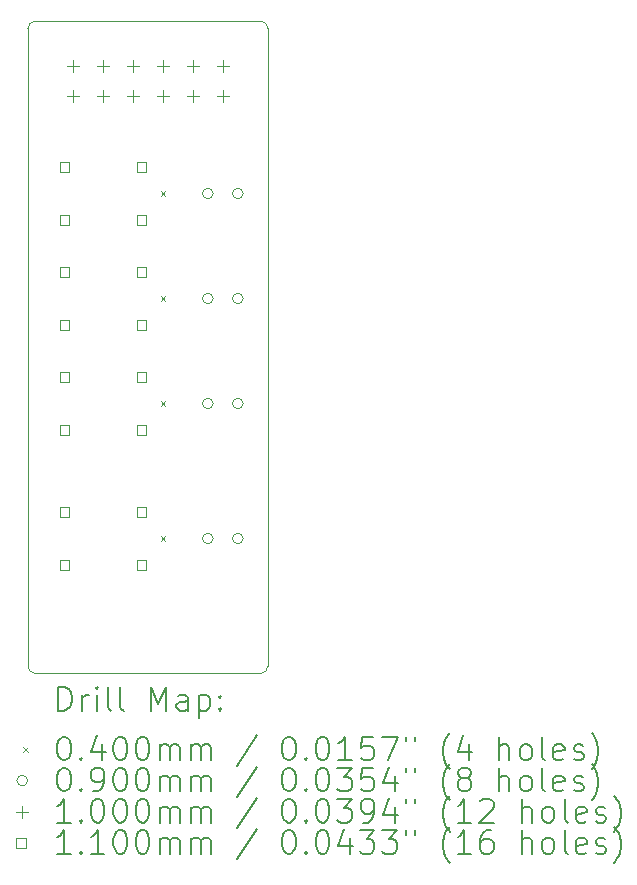
<source format=gbr>
%TF.GenerationSoftware,KiCad,Pcbnew,7.0.11-7.0.11~ubuntu20.04.1*%
%TF.CreationDate,2024-08-22T00:47:42+02:00*%
%TF.ProjectId,kicad-pmod-semaphore,6b696361-642d-4706-9d6f-642d73656d61,1.0*%
%TF.SameCoordinates,Original*%
%TF.FileFunction,Drillmap*%
%TF.FilePolarity,Positive*%
%FSLAX45Y45*%
G04 Gerber Fmt 4.5, Leading zero omitted, Abs format (unit mm)*
G04 Created by KiCad (PCBNEW 7.0.11-7.0.11~ubuntu20.04.1) date 2024-08-22 00:47:42*
%MOMM*%
%LPD*%
G01*
G04 APERTURE LIST*
%ADD10C,0.050000*%
%ADD11C,0.200000*%
%ADD12C,0.100000*%
%ADD13C,0.110000*%
G04 APERTURE END LIST*
D10*
X13017500Y-9969500D02*
G75*
G03*
X13081000Y-9906000I0J63500D01*
G01*
X11049000Y-9906000D02*
G75*
G03*
X11112500Y-9969500I63500J0D01*
G01*
X11112500Y-4445000D02*
G75*
G03*
X11049000Y-4508500I0J-63500D01*
G01*
X13081000Y-4508500D02*
G75*
G03*
X13017500Y-4445000I-63500J0D01*
G01*
X13017500Y-4445000D02*
X11112500Y-4445000D01*
X13081000Y-9906000D02*
X13081000Y-4508500D01*
X11112500Y-9969500D02*
X13017500Y-9969500D01*
X11049000Y-4508500D02*
X11049000Y-9906000D01*
D11*
D12*
X12172000Y-5885500D02*
X12212000Y-5925500D01*
X12212000Y-5885500D02*
X12172000Y-5925500D01*
X12172000Y-6774500D02*
X12212000Y-6814500D01*
X12212000Y-6774500D02*
X12172000Y-6814500D01*
X12172000Y-7663500D02*
X12212000Y-7703500D01*
X12212000Y-7663500D02*
X12172000Y-7703500D01*
X12172000Y-8806500D02*
X12212000Y-8846500D01*
X12212000Y-8806500D02*
X12172000Y-8846500D01*
X12618000Y-5905500D02*
G75*
G03*
X12528000Y-5905500I-45000J0D01*
G01*
X12528000Y-5905500D02*
G75*
G03*
X12618000Y-5905500I45000J0D01*
G01*
X12618000Y-6794500D02*
G75*
G03*
X12528000Y-6794500I-45000J0D01*
G01*
X12528000Y-6794500D02*
G75*
G03*
X12618000Y-6794500I45000J0D01*
G01*
X12618000Y-7683500D02*
G75*
G03*
X12528000Y-7683500I-45000J0D01*
G01*
X12528000Y-7683500D02*
G75*
G03*
X12618000Y-7683500I45000J0D01*
G01*
X12618000Y-8826500D02*
G75*
G03*
X12528000Y-8826500I-45000J0D01*
G01*
X12528000Y-8826500D02*
G75*
G03*
X12618000Y-8826500I45000J0D01*
G01*
X12872000Y-5905500D02*
G75*
G03*
X12782000Y-5905500I-45000J0D01*
G01*
X12782000Y-5905500D02*
G75*
G03*
X12872000Y-5905500I45000J0D01*
G01*
X12872000Y-6794500D02*
G75*
G03*
X12782000Y-6794500I-45000J0D01*
G01*
X12782000Y-6794500D02*
G75*
G03*
X12872000Y-6794500I45000J0D01*
G01*
X12872000Y-7683500D02*
G75*
G03*
X12782000Y-7683500I-45000J0D01*
G01*
X12782000Y-7683500D02*
G75*
G03*
X12872000Y-7683500I45000J0D01*
G01*
X12872000Y-8826500D02*
G75*
G03*
X12782000Y-8826500I-45000J0D01*
G01*
X12782000Y-8826500D02*
G75*
G03*
X12872000Y-8826500I45000J0D01*
G01*
X11430000Y-4776000D02*
X11430000Y-4876000D01*
X11380000Y-4826000D02*
X11480000Y-4826000D01*
X11430000Y-5030000D02*
X11430000Y-5130000D01*
X11380000Y-5080000D02*
X11480000Y-5080000D01*
X11684000Y-4776000D02*
X11684000Y-4876000D01*
X11634000Y-4826000D02*
X11734000Y-4826000D01*
X11684000Y-5030000D02*
X11684000Y-5130000D01*
X11634000Y-5080000D02*
X11734000Y-5080000D01*
X11938000Y-4776000D02*
X11938000Y-4876000D01*
X11888000Y-4826000D02*
X11988000Y-4826000D01*
X11938000Y-5030000D02*
X11938000Y-5130000D01*
X11888000Y-5080000D02*
X11988000Y-5080000D01*
X12192000Y-4776000D02*
X12192000Y-4876000D01*
X12142000Y-4826000D02*
X12242000Y-4826000D01*
X12192000Y-5030000D02*
X12192000Y-5130000D01*
X12142000Y-5080000D02*
X12242000Y-5080000D01*
X12446000Y-4776000D02*
X12446000Y-4876000D01*
X12396000Y-4826000D02*
X12496000Y-4826000D01*
X12446000Y-5030000D02*
X12446000Y-5130000D01*
X12396000Y-5080000D02*
X12496000Y-5080000D01*
X12700000Y-4776000D02*
X12700000Y-4876000D01*
X12650000Y-4826000D02*
X12750000Y-4826000D01*
X12700000Y-5030000D02*
X12700000Y-5130000D01*
X12650000Y-5080000D02*
X12750000Y-5080000D01*
D13*
X11397891Y-5719391D02*
X11397891Y-5641609D01*
X11320109Y-5641609D01*
X11320109Y-5719391D01*
X11397891Y-5719391D01*
X11397891Y-6169391D02*
X11397891Y-6091609D01*
X11320109Y-6091609D01*
X11320109Y-6169391D01*
X11397891Y-6169391D01*
X11397891Y-6608391D02*
X11397891Y-6530609D01*
X11320109Y-6530609D01*
X11320109Y-6608391D01*
X11397891Y-6608391D01*
X11397891Y-7058391D02*
X11397891Y-6980609D01*
X11320109Y-6980609D01*
X11320109Y-7058391D01*
X11397891Y-7058391D01*
X11397891Y-7497391D02*
X11397891Y-7419609D01*
X11320109Y-7419609D01*
X11320109Y-7497391D01*
X11397891Y-7497391D01*
X11397891Y-7947391D02*
X11397891Y-7869609D01*
X11320109Y-7869609D01*
X11320109Y-7947391D01*
X11397891Y-7947391D01*
X11397891Y-8640391D02*
X11397891Y-8562609D01*
X11320109Y-8562609D01*
X11320109Y-8640391D01*
X11397891Y-8640391D01*
X11397891Y-9090391D02*
X11397891Y-9012609D01*
X11320109Y-9012609D01*
X11320109Y-9090391D01*
X11397891Y-9090391D01*
X12047891Y-5719391D02*
X12047891Y-5641609D01*
X11970109Y-5641609D01*
X11970109Y-5719391D01*
X12047891Y-5719391D01*
X12047891Y-6169391D02*
X12047891Y-6091609D01*
X11970109Y-6091609D01*
X11970109Y-6169391D01*
X12047891Y-6169391D01*
X12047891Y-6608391D02*
X12047891Y-6530609D01*
X11970109Y-6530609D01*
X11970109Y-6608391D01*
X12047891Y-6608391D01*
X12047891Y-7058391D02*
X12047891Y-6980609D01*
X11970109Y-6980609D01*
X11970109Y-7058391D01*
X12047891Y-7058391D01*
X12047891Y-7497391D02*
X12047891Y-7419609D01*
X11970109Y-7419609D01*
X11970109Y-7497391D01*
X12047891Y-7497391D01*
X12047891Y-7947391D02*
X12047891Y-7869609D01*
X11970109Y-7869609D01*
X11970109Y-7947391D01*
X12047891Y-7947391D01*
X12047891Y-8640391D02*
X12047891Y-8562609D01*
X11970109Y-8562609D01*
X11970109Y-8640391D01*
X12047891Y-8640391D01*
X12047891Y-9090391D02*
X12047891Y-9012609D01*
X11970109Y-9012609D01*
X11970109Y-9090391D01*
X12047891Y-9090391D01*
D11*
X11307277Y-10283484D02*
X11307277Y-10083484D01*
X11307277Y-10083484D02*
X11354896Y-10083484D01*
X11354896Y-10083484D02*
X11383467Y-10093008D01*
X11383467Y-10093008D02*
X11402515Y-10112055D01*
X11402515Y-10112055D02*
X11412039Y-10131103D01*
X11412039Y-10131103D02*
X11421562Y-10169198D01*
X11421562Y-10169198D02*
X11421562Y-10197770D01*
X11421562Y-10197770D02*
X11412039Y-10235865D01*
X11412039Y-10235865D02*
X11402515Y-10254912D01*
X11402515Y-10254912D02*
X11383467Y-10273960D01*
X11383467Y-10273960D02*
X11354896Y-10283484D01*
X11354896Y-10283484D02*
X11307277Y-10283484D01*
X11507277Y-10283484D02*
X11507277Y-10150150D01*
X11507277Y-10188246D02*
X11516801Y-10169198D01*
X11516801Y-10169198D02*
X11526324Y-10159674D01*
X11526324Y-10159674D02*
X11545372Y-10150150D01*
X11545372Y-10150150D02*
X11564420Y-10150150D01*
X11631086Y-10283484D02*
X11631086Y-10150150D01*
X11631086Y-10083484D02*
X11621562Y-10093008D01*
X11621562Y-10093008D02*
X11631086Y-10102531D01*
X11631086Y-10102531D02*
X11640610Y-10093008D01*
X11640610Y-10093008D02*
X11631086Y-10083484D01*
X11631086Y-10083484D02*
X11631086Y-10102531D01*
X11754896Y-10283484D02*
X11735848Y-10273960D01*
X11735848Y-10273960D02*
X11726324Y-10254912D01*
X11726324Y-10254912D02*
X11726324Y-10083484D01*
X11859658Y-10283484D02*
X11840610Y-10273960D01*
X11840610Y-10273960D02*
X11831086Y-10254912D01*
X11831086Y-10254912D02*
X11831086Y-10083484D01*
X12088229Y-10283484D02*
X12088229Y-10083484D01*
X12088229Y-10083484D02*
X12154896Y-10226341D01*
X12154896Y-10226341D02*
X12221562Y-10083484D01*
X12221562Y-10083484D02*
X12221562Y-10283484D01*
X12402515Y-10283484D02*
X12402515Y-10178722D01*
X12402515Y-10178722D02*
X12392991Y-10159674D01*
X12392991Y-10159674D02*
X12373943Y-10150150D01*
X12373943Y-10150150D02*
X12335848Y-10150150D01*
X12335848Y-10150150D02*
X12316801Y-10159674D01*
X12402515Y-10273960D02*
X12383467Y-10283484D01*
X12383467Y-10283484D02*
X12335848Y-10283484D01*
X12335848Y-10283484D02*
X12316801Y-10273960D01*
X12316801Y-10273960D02*
X12307277Y-10254912D01*
X12307277Y-10254912D02*
X12307277Y-10235865D01*
X12307277Y-10235865D02*
X12316801Y-10216817D01*
X12316801Y-10216817D02*
X12335848Y-10207293D01*
X12335848Y-10207293D02*
X12383467Y-10207293D01*
X12383467Y-10207293D02*
X12402515Y-10197770D01*
X12497753Y-10150150D02*
X12497753Y-10350150D01*
X12497753Y-10159674D02*
X12516801Y-10150150D01*
X12516801Y-10150150D02*
X12554896Y-10150150D01*
X12554896Y-10150150D02*
X12573943Y-10159674D01*
X12573943Y-10159674D02*
X12583467Y-10169198D01*
X12583467Y-10169198D02*
X12592991Y-10188246D01*
X12592991Y-10188246D02*
X12592991Y-10245389D01*
X12592991Y-10245389D02*
X12583467Y-10264436D01*
X12583467Y-10264436D02*
X12573943Y-10273960D01*
X12573943Y-10273960D02*
X12554896Y-10283484D01*
X12554896Y-10283484D02*
X12516801Y-10283484D01*
X12516801Y-10283484D02*
X12497753Y-10273960D01*
X12678705Y-10264436D02*
X12688229Y-10273960D01*
X12688229Y-10273960D02*
X12678705Y-10283484D01*
X12678705Y-10283484D02*
X12669182Y-10273960D01*
X12669182Y-10273960D02*
X12678705Y-10264436D01*
X12678705Y-10264436D02*
X12678705Y-10283484D01*
X12678705Y-10159674D02*
X12688229Y-10169198D01*
X12688229Y-10169198D02*
X12678705Y-10178722D01*
X12678705Y-10178722D02*
X12669182Y-10169198D01*
X12669182Y-10169198D02*
X12678705Y-10159674D01*
X12678705Y-10159674D02*
X12678705Y-10178722D01*
D12*
X11006500Y-10592000D02*
X11046500Y-10632000D01*
X11046500Y-10592000D02*
X11006500Y-10632000D01*
D11*
X11345372Y-10503484D02*
X11364420Y-10503484D01*
X11364420Y-10503484D02*
X11383467Y-10513008D01*
X11383467Y-10513008D02*
X11392991Y-10522531D01*
X11392991Y-10522531D02*
X11402515Y-10541579D01*
X11402515Y-10541579D02*
X11412039Y-10579674D01*
X11412039Y-10579674D02*
X11412039Y-10627293D01*
X11412039Y-10627293D02*
X11402515Y-10665389D01*
X11402515Y-10665389D02*
X11392991Y-10684436D01*
X11392991Y-10684436D02*
X11383467Y-10693960D01*
X11383467Y-10693960D02*
X11364420Y-10703484D01*
X11364420Y-10703484D02*
X11345372Y-10703484D01*
X11345372Y-10703484D02*
X11326324Y-10693960D01*
X11326324Y-10693960D02*
X11316801Y-10684436D01*
X11316801Y-10684436D02*
X11307277Y-10665389D01*
X11307277Y-10665389D02*
X11297753Y-10627293D01*
X11297753Y-10627293D02*
X11297753Y-10579674D01*
X11297753Y-10579674D02*
X11307277Y-10541579D01*
X11307277Y-10541579D02*
X11316801Y-10522531D01*
X11316801Y-10522531D02*
X11326324Y-10513008D01*
X11326324Y-10513008D02*
X11345372Y-10503484D01*
X11497753Y-10684436D02*
X11507277Y-10693960D01*
X11507277Y-10693960D02*
X11497753Y-10703484D01*
X11497753Y-10703484D02*
X11488229Y-10693960D01*
X11488229Y-10693960D02*
X11497753Y-10684436D01*
X11497753Y-10684436D02*
X11497753Y-10703484D01*
X11678705Y-10570150D02*
X11678705Y-10703484D01*
X11631086Y-10493960D02*
X11583467Y-10636817D01*
X11583467Y-10636817D02*
X11707277Y-10636817D01*
X11821562Y-10503484D02*
X11840610Y-10503484D01*
X11840610Y-10503484D02*
X11859658Y-10513008D01*
X11859658Y-10513008D02*
X11869182Y-10522531D01*
X11869182Y-10522531D02*
X11878705Y-10541579D01*
X11878705Y-10541579D02*
X11888229Y-10579674D01*
X11888229Y-10579674D02*
X11888229Y-10627293D01*
X11888229Y-10627293D02*
X11878705Y-10665389D01*
X11878705Y-10665389D02*
X11869182Y-10684436D01*
X11869182Y-10684436D02*
X11859658Y-10693960D01*
X11859658Y-10693960D02*
X11840610Y-10703484D01*
X11840610Y-10703484D02*
X11821562Y-10703484D01*
X11821562Y-10703484D02*
X11802515Y-10693960D01*
X11802515Y-10693960D02*
X11792991Y-10684436D01*
X11792991Y-10684436D02*
X11783467Y-10665389D01*
X11783467Y-10665389D02*
X11773943Y-10627293D01*
X11773943Y-10627293D02*
X11773943Y-10579674D01*
X11773943Y-10579674D02*
X11783467Y-10541579D01*
X11783467Y-10541579D02*
X11792991Y-10522531D01*
X11792991Y-10522531D02*
X11802515Y-10513008D01*
X11802515Y-10513008D02*
X11821562Y-10503484D01*
X12012039Y-10503484D02*
X12031086Y-10503484D01*
X12031086Y-10503484D02*
X12050134Y-10513008D01*
X12050134Y-10513008D02*
X12059658Y-10522531D01*
X12059658Y-10522531D02*
X12069182Y-10541579D01*
X12069182Y-10541579D02*
X12078705Y-10579674D01*
X12078705Y-10579674D02*
X12078705Y-10627293D01*
X12078705Y-10627293D02*
X12069182Y-10665389D01*
X12069182Y-10665389D02*
X12059658Y-10684436D01*
X12059658Y-10684436D02*
X12050134Y-10693960D01*
X12050134Y-10693960D02*
X12031086Y-10703484D01*
X12031086Y-10703484D02*
X12012039Y-10703484D01*
X12012039Y-10703484D02*
X11992991Y-10693960D01*
X11992991Y-10693960D02*
X11983467Y-10684436D01*
X11983467Y-10684436D02*
X11973943Y-10665389D01*
X11973943Y-10665389D02*
X11964420Y-10627293D01*
X11964420Y-10627293D02*
X11964420Y-10579674D01*
X11964420Y-10579674D02*
X11973943Y-10541579D01*
X11973943Y-10541579D02*
X11983467Y-10522531D01*
X11983467Y-10522531D02*
X11992991Y-10513008D01*
X11992991Y-10513008D02*
X12012039Y-10503484D01*
X12164420Y-10703484D02*
X12164420Y-10570150D01*
X12164420Y-10589198D02*
X12173943Y-10579674D01*
X12173943Y-10579674D02*
X12192991Y-10570150D01*
X12192991Y-10570150D02*
X12221563Y-10570150D01*
X12221563Y-10570150D02*
X12240610Y-10579674D01*
X12240610Y-10579674D02*
X12250134Y-10598722D01*
X12250134Y-10598722D02*
X12250134Y-10703484D01*
X12250134Y-10598722D02*
X12259658Y-10579674D01*
X12259658Y-10579674D02*
X12278705Y-10570150D01*
X12278705Y-10570150D02*
X12307277Y-10570150D01*
X12307277Y-10570150D02*
X12326324Y-10579674D01*
X12326324Y-10579674D02*
X12335848Y-10598722D01*
X12335848Y-10598722D02*
X12335848Y-10703484D01*
X12431086Y-10703484D02*
X12431086Y-10570150D01*
X12431086Y-10589198D02*
X12440610Y-10579674D01*
X12440610Y-10579674D02*
X12459658Y-10570150D01*
X12459658Y-10570150D02*
X12488229Y-10570150D01*
X12488229Y-10570150D02*
X12507277Y-10579674D01*
X12507277Y-10579674D02*
X12516801Y-10598722D01*
X12516801Y-10598722D02*
X12516801Y-10703484D01*
X12516801Y-10598722D02*
X12526324Y-10579674D01*
X12526324Y-10579674D02*
X12545372Y-10570150D01*
X12545372Y-10570150D02*
X12573943Y-10570150D01*
X12573943Y-10570150D02*
X12592991Y-10579674D01*
X12592991Y-10579674D02*
X12602515Y-10598722D01*
X12602515Y-10598722D02*
X12602515Y-10703484D01*
X12992991Y-10493960D02*
X12821563Y-10751103D01*
X13250134Y-10503484D02*
X13269182Y-10503484D01*
X13269182Y-10503484D02*
X13288229Y-10513008D01*
X13288229Y-10513008D02*
X13297753Y-10522531D01*
X13297753Y-10522531D02*
X13307277Y-10541579D01*
X13307277Y-10541579D02*
X13316801Y-10579674D01*
X13316801Y-10579674D02*
X13316801Y-10627293D01*
X13316801Y-10627293D02*
X13307277Y-10665389D01*
X13307277Y-10665389D02*
X13297753Y-10684436D01*
X13297753Y-10684436D02*
X13288229Y-10693960D01*
X13288229Y-10693960D02*
X13269182Y-10703484D01*
X13269182Y-10703484D02*
X13250134Y-10703484D01*
X13250134Y-10703484D02*
X13231086Y-10693960D01*
X13231086Y-10693960D02*
X13221563Y-10684436D01*
X13221563Y-10684436D02*
X13212039Y-10665389D01*
X13212039Y-10665389D02*
X13202515Y-10627293D01*
X13202515Y-10627293D02*
X13202515Y-10579674D01*
X13202515Y-10579674D02*
X13212039Y-10541579D01*
X13212039Y-10541579D02*
X13221563Y-10522531D01*
X13221563Y-10522531D02*
X13231086Y-10513008D01*
X13231086Y-10513008D02*
X13250134Y-10503484D01*
X13402515Y-10684436D02*
X13412039Y-10693960D01*
X13412039Y-10693960D02*
X13402515Y-10703484D01*
X13402515Y-10703484D02*
X13392991Y-10693960D01*
X13392991Y-10693960D02*
X13402515Y-10684436D01*
X13402515Y-10684436D02*
X13402515Y-10703484D01*
X13535848Y-10503484D02*
X13554896Y-10503484D01*
X13554896Y-10503484D02*
X13573944Y-10513008D01*
X13573944Y-10513008D02*
X13583467Y-10522531D01*
X13583467Y-10522531D02*
X13592991Y-10541579D01*
X13592991Y-10541579D02*
X13602515Y-10579674D01*
X13602515Y-10579674D02*
X13602515Y-10627293D01*
X13602515Y-10627293D02*
X13592991Y-10665389D01*
X13592991Y-10665389D02*
X13583467Y-10684436D01*
X13583467Y-10684436D02*
X13573944Y-10693960D01*
X13573944Y-10693960D02*
X13554896Y-10703484D01*
X13554896Y-10703484D02*
X13535848Y-10703484D01*
X13535848Y-10703484D02*
X13516801Y-10693960D01*
X13516801Y-10693960D02*
X13507277Y-10684436D01*
X13507277Y-10684436D02*
X13497753Y-10665389D01*
X13497753Y-10665389D02*
X13488229Y-10627293D01*
X13488229Y-10627293D02*
X13488229Y-10579674D01*
X13488229Y-10579674D02*
X13497753Y-10541579D01*
X13497753Y-10541579D02*
X13507277Y-10522531D01*
X13507277Y-10522531D02*
X13516801Y-10513008D01*
X13516801Y-10513008D02*
X13535848Y-10503484D01*
X13792991Y-10703484D02*
X13678706Y-10703484D01*
X13735848Y-10703484D02*
X13735848Y-10503484D01*
X13735848Y-10503484D02*
X13716801Y-10532055D01*
X13716801Y-10532055D02*
X13697753Y-10551103D01*
X13697753Y-10551103D02*
X13678706Y-10560627D01*
X13973944Y-10503484D02*
X13878706Y-10503484D01*
X13878706Y-10503484D02*
X13869182Y-10598722D01*
X13869182Y-10598722D02*
X13878706Y-10589198D01*
X13878706Y-10589198D02*
X13897753Y-10579674D01*
X13897753Y-10579674D02*
X13945372Y-10579674D01*
X13945372Y-10579674D02*
X13964420Y-10589198D01*
X13964420Y-10589198D02*
X13973944Y-10598722D01*
X13973944Y-10598722D02*
X13983467Y-10617770D01*
X13983467Y-10617770D02*
X13983467Y-10665389D01*
X13983467Y-10665389D02*
X13973944Y-10684436D01*
X13973944Y-10684436D02*
X13964420Y-10693960D01*
X13964420Y-10693960D02*
X13945372Y-10703484D01*
X13945372Y-10703484D02*
X13897753Y-10703484D01*
X13897753Y-10703484D02*
X13878706Y-10693960D01*
X13878706Y-10693960D02*
X13869182Y-10684436D01*
X14050134Y-10503484D02*
X14183467Y-10503484D01*
X14183467Y-10503484D02*
X14097753Y-10703484D01*
X14250134Y-10503484D02*
X14250134Y-10541579D01*
X14326325Y-10503484D02*
X14326325Y-10541579D01*
X14621563Y-10779674D02*
X14612039Y-10770150D01*
X14612039Y-10770150D02*
X14592991Y-10741579D01*
X14592991Y-10741579D02*
X14583468Y-10722531D01*
X14583468Y-10722531D02*
X14573944Y-10693960D01*
X14573944Y-10693960D02*
X14564420Y-10646341D01*
X14564420Y-10646341D02*
X14564420Y-10608246D01*
X14564420Y-10608246D02*
X14573944Y-10560627D01*
X14573944Y-10560627D02*
X14583468Y-10532055D01*
X14583468Y-10532055D02*
X14592991Y-10513008D01*
X14592991Y-10513008D02*
X14612039Y-10484436D01*
X14612039Y-10484436D02*
X14621563Y-10474912D01*
X14783468Y-10570150D02*
X14783468Y-10703484D01*
X14735848Y-10493960D02*
X14688229Y-10636817D01*
X14688229Y-10636817D02*
X14812039Y-10636817D01*
X15040610Y-10703484D02*
X15040610Y-10503484D01*
X15126325Y-10703484D02*
X15126325Y-10598722D01*
X15126325Y-10598722D02*
X15116801Y-10579674D01*
X15116801Y-10579674D02*
X15097753Y-10570150D01*
X15097753Y-10570150D02*
X15069182Y-10570150D01*
X15069182Y-10570150D02*
X15050134Y-10579674D01*
X15050134Y-10579674D02*
X15040610Y-10589198D01*
X15250134Y-10703484D02*
X15231087Y-10693960D01*
X15231087Y-10693960D02*
X15221563Y-10684436D01*
X15221563Y-10684436D02*
X15212039Y-10665389D01*
X15212039Y-10665389D02*
X15212039Y-10608246D01*
X15212039Y-10608246D02*
X15221563Y-10589198D01*
X15221563Y-10589198D02*
X15231087Y-10579674D01*
X15231087Y-10579674D02*
X15250134Y-10570150D01*
X15250134Y-10570150D02*
X15278706Y-10570150D01*
X15278706Y-10570150D02*
X15297753Y-10579674D01*
X15297753Y-10579674D02*
X15307277Y-10589198D01*
X15307277Y-10589198D02*
X15316801Y-10608246D01*
X15316801Y-10608246D02*
X15316801Y-10665389D01*
X15316801Y-10665389D02*
X15307277Y-10684436D01*
X15307277Y-10684436D02*
X15297753Y-10693960D01*
X15297753Y-10693960D02*
X15278706Y-10703484D01*
X15278706Y-10703484D02*
X15250134Y-10703484D01*
X15431087Y-10703484D02*
X15412039Y-10693960D01*
X15412039Y-10693960D02*
X15402515Y-10674912D01*
X15402515Y-10674912D02*
X15402515Y-10503484D01*
X15583468Y-10693960D02*
X15564420Y-10703484D01*
X15564420Y-10703484D02*
X15526325Y-10703484D01*
X15526325Y-10703484D02*
X15507277Y-10693960D01*
X15507277Y-10693960D02*
X15497753Y-10674912D01*
X15497753Y-10674912D02*
X15497753Y-10598722D01*
X15497753Y-10598722D02*
X15507277Y-10579674D01*
X15507277Y-10579674D02*
X15526325Y-10570150D01*
X15526325Y-10570150D02*
X15564420Y-10570150D01*
X15564420Y-10570150D02*
X15583468Y-10579674D01*
X15583468Y-10579674D02*
X15592991Y-10598722D01*
X15592991Y-10598722D02*
X15592991Y-10617770D01*
X15592991Y-10617770D02*
X15497753Y-10636817D01*
X15669182Y-10693960D02*
X15688230Y-10703484D01*
X15688230Y-10703484D02*
X15726325Y-10703484D01*
X15726325Y-10703484D02*
X15745372Y-10693960D01*
X15745372Y-10693960D02*
X15754896Y-10674912D01*
X15754896Y-10674912D02*
X15754896Y-10665389D01*
X15754896Y-10665389D02*
X15745372Y-10646341D01*
X15745372Y-10646341D02*
X15726325Y-10636817D01*
X15726325Y-10636817D02*
X15697753Y-10636817D01*
X15697753Y-10636817D02*
X15678706Y-10627293D01*
X15678706Y-10627293D02*
X15669182Y-10608246D01*
X15669182Y-10608246D02*
X15669182Y-10598722D01*
X15669182Y-10598722D02*
X15678706Y-10579674D01*
X15678706Y-10579674D02*
X15697753Y-10570150D01*
X15697753Y-10570150D02*
X15726325Y-10570150D01*
X15726325Y-10570150D02*
X15745372Y-10579674D01*
X15821563Y-10779674D02*
X15831087Y-10770150D01*
X15831087Y-10770150D02*
X15850134Y-10741579D01*
X15850134Y-10741579D02*
X15859658Y-10722531D01*
X15859658Y-10722531D02*
X15869182Y-10693960D01*
X15869182Y-10693960D02*
X15878706Y-10646341D01*
X15878706Y-10646341D02*
X15878706Y-10608246D01*
X15878706Y-10608246D02*
X15869182Y-10560627D01*
X15869182Y-10560627D02*
X15859658Y-10532055D01*
X15859658Y-10532055D02*
X15850134Y-10513008D01*
X15850134Y-10513008D02*
X15831087Y-10484436D01*
X15831087Y-10484436D02*
X15821563Y-10474912D01*
D12*
X11046500Y-10876000D02*
G75*
G03*
X10956500Y-10876000I-45000J0D01*
G01*
X10956500Y-10876000D02*
G75*
G03*
X11046500Y-10876000I45000J0D01*
G01*
D11*
X11345372Y-10767484D02*
X11364420Y-10767484D01*
X11364420Y-10767484D02*
X11383467Y-10777008D01*
X11383467Y-10777008D02*
X11392991Y-10786531D01*
X11392991Y-10786531D02*
X11402515Y-10805579D01*
X11402515Y-10805579D02*
X11412039Y-10843674D01*
X11412039Y-10843674D02*
X11412039Y-10891293D01*
X11412039Y-10891293D02*
X11402515Y-10929389D01*
X11402515Y-10929389D02*
X11392991Y-10948436D01*
X11392991Y-10948436D02*
X11383467Y-10957960D01*
X11383467Y-10957960D02*
X11364420Y-10967484D01*
X11364420Y-10967484D02*
X11345372Y-10967484D01*
X11345372Y-10967484D02*
X11326324Y-10957960D01*
X11326324Y-10957960D02*
X11316801Y-10948436D01*
X11316801Y-10948436D02*
X11307277Y-10929389D01*
X11307277Y-10929389D02*
X11297753Y-10891293D01*
X11297753Y-10891293D02*
X11297753Y-10843674D01*
X11297753Y-10843674D02*
X11307277Y-10805579D01*
X11307277Y-10805579D02*
X11316801Y-10786531D01*
X11316801Y-10786531D02*
X11326324Y-10777008D01*
X11326324Y-10777008D02*
X11345372Y-10767484D01*
X11497753Y-10948436D02*
X11507277Y-10957960D01*
X11507277Y-10957960D02*
X11497753Y-10967484D01*
X11497753Y-10967484D02*
X11488229Y-10957960D01*
X11488229Y-10957960D02*
X11497753Y-10948436D01*
X11497753Y-10948436D02*
X11497753Y-10967484D01*
X11602515Y-10967484D02*
X11640610Y-10967484D01*
X11640610Y-10967484D02*
X11659658Y-10957960D01*
X11659658Y-10957960D02*
X11669182Y-10948436D01*
X11669182Y-10948436D02*
X11688229Y-10919865D01*
X11688229Y-10919865D02*
X11697753Y-10881770D01*
X11697753Y-10881770D02*
X11697753Y-10805579D01*
X11697753Y-10805579D02*
X11688229Y-10786531D01*
X11688229Y-10786531D02*
X11678705Y-10777008D01*
X11678705Y-10777008D02*
X11659658Y-10767484D01*
X11659658Y-10767484D02*
X11621562Y-10767484D01*
X11621562Y-10767484D02*
X11602515Y-10777008D01*
X11602515Y-10777008D02*
X11592991Y-10786531D01*
X11592991Y-10786531D02*
X11583467Y-10805579D01*
X11583467Y-10805579D02*
X11583467Y-10853198D01*
X11583467Y-10853198D02*
X11592991Y-10872246D01*
X11592991Y-10872246D02*
X11602515Y-10881770D01*
X11602515Y-10881770D02*
X11621562Y-10891293D01*
X11621562Y-10891293D02*
X11659658Y-10891293D01*
X11659658Y-10891293D02*
X11678705Y-10881770D01*
X11678705Y-10881770D02*
X11688229Y-10872246D01*
X11688229Y-10872246D02*
X11697753Y-10853198D01*
X11821562Y-10767484D02*
X11840610Y-10767484D01*
X11840610Y-10767484D02*
X11859658Y-10777008D01*
X11859658Y-10777008D02*
X11869182Y-10786531D01*
X11869182Y-10786531D02*
X11878705Y-10805579D01*
X11878705Y-10805579D02*
X11888229Y-10843674D01*
X11888229Y-10843674D02*
X11888229Y-10891293D01*
X11888229Y-10891293D02*
X11878705Y-10929389D01*
X11878705Y-10929389D02*
X11869182Y-10948436D01*
X11869182Y-10948436D02*
X11859658Y-10957960D01*
X11859658Y-10957960D02*
X11840610Y-10967484D01*
X11840610Y-10967484D02*
X11821562Y-10967484D01*
X11821562Y-10967484D02*
X11802515Y-10957960D01*
X11802515Y-10957960D02*
X11792991Y-10948436D01*
X11792991Y-10948436D02*
X11783467Y-10929389D01*
X11783467Y-10929389D02*
X11773943Y-10891293D01*
X11773943Y-10891293D02*
X11773943Y-10843674D01*
X11773943Y-10843674D02*
X11783467Y-10805579D01*
X11783467Y-10805579D02*
X11792991Y-10786531D01*
X11792991Y-10786531D02*
X11802515Y-10777008D01*
X11802515Y-10777008D02*
X11821562Y-10767484D01*
X12012039Y-10767484D02*
X12031086Y-10767484D01*
X12031086Y-10767484D02*
X12050134Y-10777008D01*
X12050134Y-10777008D02*
X12059658Y-10786531D01*
X12059658Y-10786531D02*
X12069182Y-10805579D01*
X12069182Y-10805579D02*
X12078705Y-10843674D01*
X12078705Y-10843674D02*
X12078705Y-10891293D01*
X12078705Y-10891293D02*
X12069182Y-10929389D01*
X12069182Y-10929389D02*
X12059658Y-10948436D01*
X12059658Y-10948436D02*
X12050134Y-10957960D01*
X12050134Y-10957960D02*
X12031086Y-10967484D01*
X12031086Y-10967484D02*
X12012039Y-10967484D01*
X12012039Y-10967484D02*
X11992991Y-10957960D01*
X11992991Y-10957960D02*
X11983467Y-10948436D01*
X11983467Y-10948436D02*
X11973943Y-10929389D01*
X11973943Y-10929389D02*
X11964420Y-10891293D01*
X11964420Y-10891293D02*
X11964420Y-10843674D01*
X11964420Y-10843674D02*
X11973943Y-10805579D01*
X11973943Y-10805579D02*
X11983467Y-10786531D01*
X11983467Y-10786531D02*
X11992991Y-10777008D01*
X11992991Y-10777008D02*
X12012039Y-10767484D01*
X12164420Y-10967484D02*
X12164420Y-10834150D01*
X12164420Y-10853198D02*
X12173943Y-10843674D01*
X12173943Y-10843674D02*
X12192991Y-10834150D01*
X12192991Y-10834150D02*
X12221563Y-10834150D01*
X12221563Y-10834150D02*
X12240610Y-10843674D01*
X12240610Y-10843674D02*
X12250134Y-10862722D01*
X12250134Y-10862722D02*
X12250134Y-10967484D01*
X12250134Y-10862722D02*
X12259658Y-10843674D01*
X12259658Y-10843674D02*
X12278705Y-10834150D01*
X12278705Y-10834150D02*
X12307277Y-10834150D01*
X12307277Y-10834150D02*
X12326324Y-10843674D01*
X12326324Y-10843674D02*
X12335848Y-10862722D01*
X12335848Y-10862722D02*
X12335848Y-10967484D01*
X12431086Y-10967484D02*
X12431086Y-10834150D01*
X12431086Y-10853198D02*
X12440610Y-10843674D01*
X12440610Y-10843674D02*
X12459658Y-10834150D01*
X12459658Y-10834150D02*
X12488229Y-10834150D01*
X12488229Y-10834150D02*
X12507277Y-10843674D01*
X12507277Y-10843674D02*
X12516801Y-10862722D01*
X12516801Y-10862722D02*
X12516801Y-10967484D01*
X12516801Y-10862722D02*
X12526324Y-10843674D01*
X12526324Y-10843674D02*
X12545372Y-10834150D01*
X12545372Y-10834150D02*
X12573943Y-10834150D01*
X12573943Y-10834150D02*
X12592991Y-10843674D01*
X12592991Y-10843674D02*
X12602515Y-10862722D01*
X12602515Y-10862722D02*
X12602515Y-10967484D01*
X12992991Y-10757960D02*
X12821563Y-11015103D01*
X13250134Y-10767484D02*
X13269182Y-10767484D01*
X13269182Y-10767484D02*
X13288229Y-10777008D01*
X13288229Y-10777008D02*
X13297753Y-10786531D01*
X13297753Y-10786531D02*
X13307277Y-10805579D01*
X13307277Y-10805579D02*
X13316801Y-10843674D01*
X13316801Y-10843674D02*
X13316801Y-10891293D01*
X13316801Y-10891293D02*
X13307277Y-10929389D01*
X13307277Y-10929389D02*
X13297753Y-10948436D01*
X13297753Y-10948436D02*
X13288229Y-10957960D01*
X13288229Y-10957960D02*
X13269182Y-10967484D01*
X13269182Y-10967484D02*
X13250134Y-10967484D01*
X13250134Y-10967484D02*
X13231086Y-10957960D01*
X13231086Y-10957960D02*
X13221563Y-10948436D01*
X13221563Y-10948436D02*
X13212039Y-10929389D01*
X13212039Y-10929389D02*
X13202515Y-10891293D01*
X13202515Y-10891293D02*
X13202515Y-10843674D01*
X13202515Y-10843674D02*
X13212039Y-10805579D01*
X13212039Y-10805579D02*
X13221563Y-10786531D01*
X13221563Y-10786531D02*
X13231086Y-10777008D01*
X13231086Y-10777008D02*
X13250134Y-10767484D01*
X13402515Y-10948436D02*
X13412039Y-10957960D01*
X13412039Y-10957960D02*
X13402515Y-10967484D01*
X13402515Y-10967484D02*
X13392991Y-10957960D01*
X13392991Y-10957960D02*
X13402515Y-10948436D01*
X13402515Y-10948436D02*
X13402515Y-10967484D01*
X13535848Y-10767484D02*
X13554896Y-10767484D01*
X13554896Y-10767484D02*
X13573944Y-10777008D01*
X13573944Y-10777008D02*
X13583467Y-10786531D01*
X13583467Y-10786531D02*
X13592991Y-10805579D01*
X13592991Y-10805579D02*
X13602515Y-10843674D01*
X13602515Y-10843674D02*
X13602515Y-10891293D01*
X13602515Y-10891293D02*
X13592991Y-10929389D01*
X13592991Y-10929389D02*
X13583467Y-10948436D01*
X13583467Y-10948436D02*
X13573944Y-10957960D01*
X13573944Y-10957960D02*
X13554896Y-10967484D01*
X13554896Y-10967484D02*
X13535848Y-10967484D01*
X13535848Y-10967484D02*
X13516801Y-10957960D01*
X13516801Y-10957960D02*
X13507277Y-10948436D01*
X13507277Y-10948436D02*
X13497753Y-10929389D01*
X13497753Y-10929389D02*
X13488229Y-10891293D01*
X13488229Y-10891293D02*
X13488229Y-10843674D01*
X13488229Y-10843674D02*
X13497753Y-10805579D01*
X13497753Y-10805579D02*
X13507277Y-10786531D01*
X13507277Y-10786531D02*
X13516801Y-10777008D01*
X13516801Y-10777008D02*
X13535848Y-10767484D01*
X13669182Y-10767484D02*
X13792991Y-10767484D01*
X13792991Y-10767484D02*
X13726325Y-10843674D01*
X13726325Y-10843674D02*
X13754896Y-10843674D01*
X13754896Y-10843674D02*
X13773944Y-10853198D01*
X13773944Y-10853198D02*
X13783467Y-10862722D01*
X13783467Y-10862722D02*
X13792991Y-10881770D01*
X13792991Y-10881770D02*
X13792991Y-10929389D01*
X13792991Y-10929389D02*
X13783467Y-10948436D01*
X13783467Y-10948436D02*
X13773944Y-10957960D01*
X13773944Y-10957960D02*
X13754896Y-10967484D01*
X13754896Y-10967484D02*
X13697753Y-10967484D01*
X13697753Y-10967484D02*
X13678706Y-10957960D01*
X13678706Y-10957960D02*
X13669182Y-10948436D01*
X13973944Y-10767484D02*
X13878706Y-10767484D01*
X13878706Y-10767484D02*
X13869182Y-10862722D01*
X13869182Y-10862722D02*
X13878706Y-10853198D01*
X13878706Y-10853198D02*
X13897753Y-10843674D01*
X13897753Y-10843674D02*
X13945372Y-10843674D01*
X13945372Y-10843674D02*
X13964420Y-10853198D01*
X13964420Y-10853198D02*
X13973944Y-10862722D01*
X13973944Y-10862722D02*
X13983467Y-10881770D01*
X13983467Y-10881770D02*
X13983467Y-10929389D01*
X13983467Y-10929389D02*
X13973944Y-10948436D01*
X13973944Y-10948436D02*
X13964420Y-10957960D01*
X13964420Y-10957960D02*
X13945372Y-10967484D01*
X13945372Y-10967484D02*
X13897753Y-10967484D01*
X13897753Y-10967484D02*
X13878706Y-10957960D01*
X13878706Y-10957960D02*
X13869182Y-10948436D01*
X14154896Y-10834150D02*
X14154896Y-10967484D01*
X14107277Y-10757960D02*
X14059658Y-10900817D01*
X14059658Y-10900817D02*
X14183467Y-10900817D01*
X14250134Y-10767484D02*
X14250134Y-10805579D01*
X14326325Y-10767484D02*
X14326325Y-10805579D01*
X14621563Y-11043674D02*
X14612039Y-11034150D01*
X14612039Y-11034150D02*
X14592991Y-11005579D01*
X14592991Y-11005579D02*
X14583468Y-10986531D01*
X14583468Y-10986531D02*
X14573944Y-10957960D01*
X14573944Y-10957960D02*
X14564420Y-10910341D01*
X14564420Y-10910341D02*
X14564420Y-10872246D01*
X14564420Y-10872246D02*
X14573944Y-10824627D01*
X14573944Y-10824627D02*
X14583468Y-10796055D01*
X14583468Y-10796055D02*
X14592991Y-10777008D01*
X14592991Y-10777008D02*
X14612039Y-10748436D01*
X14612039Y-10748436D02*
X14621563Y-10738912D01*
X14726325Y-10853198D02*
X14707277Y-10843674D01*
X14707277Y-10843674D02*
X14697753Y-10834150D01*
X14697753Y-10834150D02*
X14688229Y-10815103D01*
X14688229Y-10815103D02*
X14688229Y-10805579D01*
X14688229Y-10805579D02*
X14697753Y-10786531D01*
X14697753Y-10786531D02*
X14707277Y-10777008D01*
X14707277Y-10777008D02*
X14726325Y-10767484D01*
X14726325Y-10767484D02*
X14764420Y-10767484D01*
X14764420Y-10767484D02*
X14783468Y-10777008D01*
X14783468Y-10777008D02*
X14792991Y-10786531D01*
X14792991Y-10786531D02*
X14802515Y-10805579D01*
X14802515Y-10805579D02*
X14802515Y-10815103D01*
X14802515Y-10815103D02*
X14792991Y-10834150D01*
X14792991Y-10834150D02*
X14783468Y-10843674D01*
X14783468Y-10843674D02*
X14764420Y-10853198D01*
X14764420Y-10853198D02*
X14726325Y-10853198D01*
X14726325Y-10853198D02*
X14707277Y-10862722D01*
X14707277Y-10862722D02*
X14697753Y-10872246D01*
X14697753Y-10872246D02*
X14688229Y-10891293D01*
X14688229Y-10891293D02*
X14688229Y-10929389D01*
X14688229Y-10929389D02*
X14697753Y-10948436D01*
X14697753Y-10948436D02*
X14707277Y-10957960D01*
X14707277Y-10957960D02*
X14726325Y-10967484D01*
X14726325Y-10967484D02*
X14764420Y-10967484D01*
X14764420Y-10967484D02*
X14783468Y-10957960D01*
X14783468Y-10957960D02*
X14792991Y-10948436D01*
X14792991Y-10948436D02*
X14802515Y-10929389D01*
X14802515Y-10929389D02*
X14802515Y-10891293D01*
X14802515Y-10891293D02*
X14792991Y-10872246D01*
X14792991Y-10872246D02*
X14783468Y-10862722D01*
X14783468Y-10862722D02*
X14764420Y-10853198D01*
X15040610Y-10967484D02*
X15040610Y-10767484D01*
X15126325Y-10967484D02*
X15126325Y-10862722D01*
X15126325Y-10862722D02*
X15116801Y-10843674D01*
X15116801Y-10843674D02*
X15097753Y-10834150D01*
X15097753Y-10834150D02*
X15069182Y-10834150D01*
X15069182Y-10834150D02*
X15050134Y-10843674D01*
X15050134Y-10843674D02*
X15040610Y-10853198D01*
X15250134Y-10967484D02*
X15231087Y-10957960D01*
X15231087Y-10957960D02*
X15221563Y-10948436D01*
X15221563Y-10948436D02*
X15212039Y-10929389D01*
X15212039Y-10929389D02*
X15212039Y-10872246D01*
X15212039Y-10872246D02*
X15221563Y-10853198D01*
X15221563Y-10853198D02*
X15231087Y-10843674D01*
X15231087Y-10843674D02*
X15250134Y-10834150D01*
X15250134Y-10834150D02*
X15278706Y-10834150D01*
X15278706Y-10834150D02*
X15297753Y-10843674D01*
X15297753Y-10843674D02*
X15307277Y-10853198D01*
X15307277Y-10853198D02*
X15316801Y-10872246D01*
X15316801Y-10872246D02*
X15316801Y-10929389D01*
X15316801Y-10929389D02*
X15307277Y-10948436D01*
X15307277Y-10948436D02*
X15297753Y-10957960D01*
X15297753Y-10957960D02*
X15278706Y-10967484D01*
X15278706Y-10967484D02*
X15250134Y-10967484D01*
X15431087Y-10967484D02*
X15412039Y-10957960D01*
X15412039Y-10957960D02*
X15402515Y-10938912D01*
X15402515Y-10938912D02*
X15402515Y-10767484D01*
X15583468Y-10957960D02*
X15564420Y-10967484D01*
X15564420Y-10967484D02*
X15526325Y-10967484D01*
X15526325Y-10967484D02*
X15507277Y-10957960D01*
X15507277Y-10957960D02*
X15497753Y-10938912D01*
X15497753Y-10938912D02*
X15497753Y-10862722D01*
X15497753Y-10862722D02*
X15507277Y-10843674D01*
X15507277Y-10843674D02*
X15526325Y-10834150D01*
X15526325Y-10834150D02*
X15564420Y-10834150D01*
X15564420Y-10834150D02*
X15583468Y-10843674D01*
X15583468Y-10843674D02*
X15592991Y-10862722D01*
X15592991Y-10862722D02*
X15592991Y-10881770D01*
X15592991Y-10881770D02*
X15497753Y-10900817D01*
X15669182Y-10957960D02*
X15688230Y-10967484D01*
X15688230Y-10967484D02*
X15726325Y-10967484D01*
X15726325Y-10967484D02*
X15745372Y-10957960D01*
X15745372Y-10957960D02*
X15754896Y-10938912D01*
X15754896Y-10938912D02*
X15754896Y-10929389D01*
X15754896Y-10929389D02*
X15745372Y-10910341D01*
X15745372Y-10910341D02*
X15726325Y-10900817D01*
X15726325Y-10900817D02*
X15697753Y-10900817D01*
X15697753Y-10900817D02*
X15678706Y-10891293D01*
X15678706Y-10891293D02*
X15669182Y-10872246D01*
X15669182Y-10872246D02*
X15669182Y-10862722D01*
X15669182Y-10862722D02*
X15678706Y-10843674D01*
X15678706Y-10843674D02*
X15697753Y-10834150D01*
X15697753Y-10834150D02*
X15726325Y-10834150D01*
X15726325Y-10834150D02*
X15745372Y-10843674D01*
X15821563Y-11043674D02*
X15831087Y-11034150D01*
X15831087Y-11034150D02*
X15850134Y-11005579D01*
X15850134Y-11005579D02*
X15859658Y-10986531D01*
X15859658Y-10986531D02*
X15869182Y-10957960D01*
X15869182Y-10957960D02*
X15878706Y-10910341D01*
X15878706Y-10910341D02*
X15878706Y-10872246D01*
X15878706Y-10872246D02*
X15869182Y-10824627D01*
X15869182Y-10824627D02*
X15859658Y-10796055D01*
X15859658Y-10796055D02*
X15850134Y-10777008D01*
X15850134Y-10777008D02*
X15831087Y-10748436D01*
X15831087Y-10748436D02*
X15821563Y-10738912D01*
D12*
X10996500Y-11090000D02*
X10996500Y-11190000D01*
X10946500Y-11140000D02*
X11046500Y-11140000D01*
D11*
X11412039Y-11231484D02*
X11297753Y-11231484D01*
X11354896Y-11231484D02*
X11354896Y-11031484D01*
X11354896Y-11031484D02*
X11335848Y-11060055D01*
X11335848Y-11060055D02*
X11316801Y-11079103D01*
X11316801Y-11079103D02*
X11297753Y-11088627D01*
X11497753Y-11212436D02*
X11507277Y-11221960D01*
X11507277Y-11221960D02*
X11497753Y-11231484D01*
X11497753Y-11231484D02*
X11488229Y-11221960D01*
X11488229Y-11221960D02*
X11497753Y-11212436D01*
X11497753Y-11212436D02*
X11497753Y-11231484D01*
X11631086Y-11031484D02*
X11650134Y-11031484D01*
X11650134Y-11031484D02*
X11669182Y-11041008D01*
X11669182Y-11041008D02*
X11678705Y-11050531D01*
X11678705Y-11050531D02*
X11688229Y-11069579D01*
X11688229Y-11069579D02*
X11697753Y-11107674D01*
X11697753Y-11107674D02*
X11697753Y-11155293D01*
X11697753Y-11155293D02*
X11688229Y-11193388D01*
X11688229Y-11193388D02*
X11678705Y-11212436D01*
X11678705Y-11212436D02*
X11669182Y-11221960D01*
X11669182Y-11221960D02*
X11650134Y-11231484D01*
X11650134Y-11231484D02*
X11631086Y-11231484D01*
X11631086Y-11231484D02*
X11612039Y-11221960D01*
X11612039Y-11221960D02*
X11602515Y-11212436D01*
X11602515Y-11212436D02*
X11592991Y-11193388D01*
X11592991Y-11193388D02*
X11583467Y-11155293D01*
X11583467Y-11155293D02*
X11583467Y-11107674D01*
X11583467Y-11107674D02*
X11592991Y-11069579D01*
X11592991Y-11069579D02*
X11602515Y-11050531D01*
X11602515Y-11050531D02*
X11612039Y-11041008D01*
X11612039Y-11041008D02*
X11631086Y-11031484D01*
X11821562Y-11031484D02*
X11840610Y-11031484D01*
X11840610Y-11031484D02*
X11859658Y-11041008D01*
X11859658Y-11041008D02*
X11869182Y-11050531D01*
X11869182Y-11050531D02*
X11878705Y-11069579D01*
X11878705Y-11069579D02*
X11888229Y-11107674D01*
X11888229Y-11107674D02*
X11888229Y-11155293D01*
X11888229Y-11155293D02*
X11878705Y-11193388D01*
X11878705Y-11193388D02*
X11869182Y-11212436D01*
X11869182Y-11212436D02*
X11859658Y-11221960D01*
X11859658Y-11221960D02*
X11840610Y-11231484D01*
X11840610Y-11231484D02*
X11821562Y-11231484D01*
X11821562Y-11231484D02*
X11802515Y-11221960D01*
X11802515Y-11221960D02*
X11792991Y-11212436D01*
X11792991Y-11212436D02*
X11783467Y-11193388D01*
X11783467Y-11193388D02*
X11773943Y-11155293D01*
X11773943Y-11155293D02*
X11773943Y-11107674D01*
X11773943Y-11107674D02*
X11783467Y-11069579D01*
X11783467Y-11069579D02*
X11792991Y-11050531D01*
X11792991Y-11050531D02*
X11802515Y-11041008D01*
X11802515Y-11041008D02*
X11821562Y-11031484D01*
X12012039Y-11031484D02*
X12031086Y-11031484D01*
X12031086Y-11031484D02*
X12050134Y-11041008D01*
X12050134Y-11041008D02*
X12059658Y-11050531D01*
X12059658Y-11050531D02*
X12069182Y-11069579D01*
X12069182Y-11069579D02*
X12078705Y-11107674D01*
X12078705Y-11107674D02*
X12078705Y-11155293D01*
X12078705Y-11155293D02*
X12069182Y-11193388D01*
X12069182Y-11193388D02*
X12059658Y-11212436D01*
X12059658Y-11212436D02*
X12050134Y-11221960D01*
X12050134Y-11221960D02*
X12031086Y-11231484D01*
X12031086Y-11231484D02*
X12012039Y-11231484D01*
X12012039Y-11231484D02*
X11992991Y-11221960D01*
X11992991Y-11221960D02*
X11983467Y-11212436D01*
X11983467Y-11212436D02*
X11973943Y-11193388D01*
X11973943Y-11193388D02*
X11964420Y-11155293D01*
X11964420Y-11155293D02*
X11964420Y-11107674D01*
X11964420Y-11107674D02*
X11973943Y-11069579D01*
X11973943Y-11069579D02*
X11983467Y-11050531D01*
X11983467Y-11050531D02*
X11992991Y-11041008D01*
X11992991Y-11041008D02*
X12012039Y-11031484D01*
X12164420Y-11231484D02*
X12164420Y-11098150D01*
X12164420Y-11117198D02*
X12173943Y-11107674D01*
X12173943Y-11107674D02*
X12192991Y-11098150D01*
X12192991Y-11098150D02*
X12221563Y-11098150D01*
X12221563Y-11098150D02*
X12240610Y-11107674D01*
X12240610Y-11107674D02*
X12250134Y-11126722D01*
X12250134Y-11126722D02*
X12250134Y-11231484D01*
X12250134Y-11126722D02*
X12259658Y-11107674D01*
X12259658Y-11107674D02*
X12278705Y-11098150D01*
X12278705Y-11098150D02*
X12307277Y-11098150D01*
X12307277Y-11098150D02*
X12326324Y-11107674D01*
X12326324Y-11107674D02*
X12335848Y-11126722D01*
X12335848Y-11126722D02*
X12335848Y-11231484D01*
X12431086Y-11231484D02*
X12431086Y-11098150D01*
X12431086Y-11117198D02*
X12440610Y-11107674D01*
X12440610Y-11107674D02*
X12459658Y-11098150D01*
X12459658Y-11098150D02*
X12488229Y-11098150D01*
X12488229Y-11098150D02*
X12507277Y-11107674D01*
X12507277Y-11107674D02*
X12516801Y-11126722D01*
X12516801Y-11126722D02*
X12516801Y-11231484D01*
X12516801Y-11126722D02*
X12526324Y-11107674D01*
X12526324Y-11107674D02*
X12545372Y-11098150D01*
X12545372Y-11098150D02*
X12573943Y-11098150D01*
X12573943Y-11098150D02*
X12592991Y-11107674D01*
X12592991Y-11107674D02*
X12602515Y-11126722D01*
X12602515Y-11126722D02*
X12602515Y-11231484D01*
X12992991Y-11021960D02*
X12821563Y-11279103D01*
X13250134Y-11031484D02*
X13269182Y-11031484D01*
X13269182Y-11031484D02*
X13288229Y-11041008D01*
X13288229Y-11041008D02*
X13297753Y-11050531D01*
X13297753Y-11050531D02*
X13307277Y-11069579D01*
X13307277Y-11069579D02*
X13316801Y-11107674D01*
X13316801Y-11107674D02*
X13316801Y-11155293D01*
X13316801Y-11155293D02*
X13307277Y-11193388D01*
X13307277Y-11193388D02*
X13297753Y-11212436D01*
X13297753Y-11212436D02*
X13288229Y-11221960D01*
X13288229Y-11221960D02*
X13269182Y-11231484D01*
X13269182Y-11231484D02*
X13250134Y-11231484D01*
X13250134Y-11231484D02*
X13231086Y-11221960D01*
X13231086Y-11221960D02*
X13221563Y-11212436D01*
X13221563Y-11212436D02*
X13212039Y-11193388D01*
X13212039Y-11193388D02*
X13202515Y-11155293D01*
X13202515Y-11155293D02*
X13202515Y-11107674D01*
X13202515Y-11107674D02*
X13212039Y-11069579D01*
X13212039Y-11069579D02*
X13221563Y-11050531D01*
X13221563Y-11050531D02*
X13231086Y-11041008D01*
X13231086Y-11041008D02*
X13250134Y-11031484D01*
X13402515Y-11212436D02*
X13412039Y-11221960D01*
X13412039Y-11221960D02*
X13402515Y-11231484D01*
X13402515Y-11231484D02*
X13392991Y-11221960D01*
X13392991Y-11221960D02*
X13402515Y-11212436D01*
X13402515Y-11212436D02*
X13402515Y-11231484D01*
X13535848Y-11031484D02*
X13554896Y-11031484D01*
X13554896Y-11031484D02*
X13573944Y-11041008D01*
X13573944Y-11041008D02*
X13583467Y-11050531D01*
X13583467Y-11050531D02*
X13592991Y-11069579D01*
X13592991Y-11069579D02*
X13602515Y-11107674D01*
X13602515Y-11107674D02*
X13602515Y-11155293D01*
X13602515Y-11155293D02*
X13592991Y-11193388D01*
X13592991Y-11193388D02*
X13583467Y-11212436D01*
X13583467Y-11212436D02*
X13573944Y-11221960D01*
X13573944Y-11221960D02*
X13554896Y-11231484D01*
X13554896Y-11231484D02*
X13535848Y-11231484D01*
X13535848Y-11231484D02*
X13516801Y-11221960D01*
X13516801Y-11221960D02*
X13507277Y-11212436D01*
X13507277Y-11212436D02*
X13497753Y-11193388D01*
X13497753Y-11193388D02*
X13488229Y-11155293D01*
X13488229Y-11155293D02*
X13488229Y-11107674D01*
X13488229Y-11107674D02*
X13497753Y-11069579D01*
X13497753Y-11069579D02*
X13507277Y-11050531D01*
X13507277Y-11050531D02*
X13516801Y-11041008D01*
X13516801Y-11041008D02*
X13535848Y-11031484D01*
X13669182Y-11031484D02*
X13792991Y-11031484D01*
X13792991Y-11031484D02*
X13726325Y-11107674D01*
X13726325Y-11107674D02*
X13754896Y-11107674D01*
X13754896Y-11107674D02*
X13773944Y-11117198D01*
X13773944Y-11117198D02*
X13783467Y-11126722D01*
X13783467Y-11126722D02*
X13792991Y-11145770D01*
X13792991Y-11145770D02*
X13792991Y-11193388D01*
X13792991Y-11193388D02*
X13783467Y-11212436D01*
X13783467Y-11212436D02*
X13773944Y-11221960D01*
X13773944Y-11221960D02*
X13754896Y-11231484D01*
X13754896Y-11231484D02*
X13697753Y-11231484D01*
X13697753Y-11231484D02*
X13678706Y-11221960D01*
X13678706Y-11221960D02*
X13669182Y-11212436D01*
X13888229Y-11231484D02*
X13926325Y-11231484D01*
X13926325Y-11231484D02*
X13945372Y-11221960D01*
X13945372Y-11221960D02*
X13954896Y-11212436D01*
X13954896Y-11212436D02*
X13973944Y-11183865D01*
X13973944Y-11183865D02*
X13983467Y-11145770D01*
X13983467Y-11145770D02*
X13983467Y-11069579D01*
X13983467Y-11069579D02*
X13973944Y-11050531D01*
X13973944Y-11050531D02*
X13964420Y-11041008D01*
X13964420Y-11041008D02*
X13945372Y-11031484D01*
X13945372Y-11031484D02*
X13907277Y-11031484D01*
X13907277Y-11031484D02*
X13888229Y-11041008D01*
X13888229Y-11041008D02*
X13878706Y-11050531D01*
X13878706Y-11050531D02*
X13869182Y-11069579D01*
X13869182Y-11069579D02*
X13869182Y-11117198D01*
X13869182Y-11117198D02*
X13878706Y-11136246D01*
X13878706Y-11136246D02*
X13888229Y-11145770D01*
X13888229Y-11145770D02*
X13907277Y-11155293D01*
X13907277Y-11155293D02*
X13945372Y-11155293D01*
X13945372Y-11155293D02*
X13964420Y-11145770D01*
X13964420Y-11145770D02*
X13973944Y-11136246D01*
X13973944Y-11136246D02*
X13983467Y-11117198D01*
X14154896Y-11098150D02*
X14154896Y-11231484D01*
X14107277Y-11021960D02*
X14059658Y-11164817D01*
X14059658Y-11164817D02*
X14183467Y-11164817D01*
X14250134Y-11031484D02*
X14250134Y-11069579D01*
X14326325Y-11031484D02*
X14326325Y-11069579D01*
X14621563Y-11307674D02*
X14612039Y-11298150D01*
X14612039Y-11298150D02*
X14592991Y-11269579D01*
X14592991Y-11269579D02*
X14583468Y-11250531D01*
X14583468Y-11250531D02*
X14573944Y-11221960D01*
X14573944Y-11221960D02*
X14564420Y-11174341D01*
X14564420Y-11174341D02*
X14564420Y-11136246D01*
X14564420Y-11136246D02*
X14573944Y-11088627D01*
X14573944Y-11088627D02*
X14583468Y-11060055D01*
X14583468Y-11060055D02*
X14592991Y-11041008D01*
X14592991Y-11041008D02*
X14612039Y-11012436D01*
X14612039Y-11012436D02*
X14621563Y-11002912D01*
X14802515Y-11231484D02*
X14688229Y-11231484D01*
X14745372Y-11231484D02*
X14745372Y-11031484D01*
X14745372Y-11031484D02*
X14726325Y-11060055D01*
X14726325Y-11060055D02*
X14707277Y-11079103D01*
X14707277Y-11079103D02*
X14688229Y-11088627D01*
X14878706Y-11050531D02*
X14888229Y-11041008D01*
X14888229Y-11041008D02*
X14907277Y-11031484D01*
X14907277Y-11031484D02*
X14954896Y-11031484D01*
X14954896Y-11031484D02*
X14973944Y-11041008D01*
X14973944Y-11041008D02*
X14983468Y-11050531D01*
X14983468Y-11050531D02*
X14992991Y-11069579D01*
X14992991Y-11069579D02*
X14992991Y-11088627D01*
X14992991Y-11088627D02*
X14983468Y-11117198D01*
X14983468Y-11117198D02*
X14869182Y-11231484D01*
X14869182Y-11231484D02*
X14992991Y-11231484D01*
X15231087Y-11231484D02*
X15231087Y-11031484D01*
X15316801Y-11231484D02*
X15316801Y-11126722D01*
X15316801Y-11126722D02*
X15307277Y-11107674D01*
X15307277Y-11107674D02*
X15288230Y-11098150D01*
X15288230Y-11098150D02*
X15259658Y-11098150D01*
X15259658Y-11098150D02*
X15240610Y-11107674D01*
X15240610Y-11107674D02*
X15231087Y-11117198D01*
X15440610Y-11231484D02*
X15421563Y-11221960D01*
X15421563Y-11221960D02*
X15412039Y-11212436D01*
X15412039Y-11212436D02*
X15402515Y-11193388D01*
X15402515Y-11193388D02*
X15402515Y-11136246D01*
X15402515Y-11136246D02*
X15412039Y-11117198D01*
X15412039Y-11117198D02*
X15421563Y-11107674D01*
X15421563Y-11107674D02*
X15440610Y-11098150D01*
X15440610Y-11098150D02*
X15469182Y-11098150D01*
X15469182Y-11098150D02*
X15488230Y-11107674D01*
X15488230Y-11107674D02*
X15497753Y-11117198D01*
X15497753Y-11117198D02*
X15507277Y-11136246D01*
X15507277Y-11136246D02*
X15507277Y-11193388D01*
X15507277Y-11193388D02*
X15497753Y-11212436D01*
X15497753Y-11212436D02*
X15488230Y-11221960D01*
X15488230Y-11221960D02*
X15469182Y-11231484D01*
X15469182Y-11231484D02*
X15440610Y-11231484D01*
X15621563Y-11231484D02*
X15602515Y-11221960D01*
X15602515Y-11221960D02*
X15592991Y-11202912D01*
X15592991Y-11202912D02*
X15592991Y-11031484D01*
X15773944Y-11221960D02*
X15754896Y-11231484D01*
X15754896Y-11231484D02*
X15716801Y-11231484D01*
X15716801Y-11231484D02*
X15697753Y-11221960D01*
X15697753Y-11221960D02*
X15688230Y-11202912D01*
X15688230Y-11202912D02*
X15688230Y-11126722D01*
X15688230Y-11126722D02*
X15697753Y-11107674D01*
X15697753Y-11107674D02*
X15716801Y-11098150D01*
X15716801Y-11098150D02*
X15754896Y-11098150D01*
X15754896Y-11098150D02*
X15773944Y-11107674D01*
X15773944Y-11107674D02*
X15783468Y-11126722D01*
X15783468Y-11126722D02*
X15783468Y-11145770D01*
X15783468Y-11145770D02*
X15688230Y-11164817D01*
X15859658Y-11221960D02*
X15878706Y-11231484D01*
X15878706Y-11231484D02*
X15916801Y-11231484D01*
X15916801Y-11231484D02*
X15935849Y-11221960D01*
X15935849Y-11221960D02*
X15945372Y-11202912D01*
X15945372Y-11202912D02*
X15945372Y-11193388D01*
X15945372Y-11193388D02*
X15935849Y-11174341D01*
X15935849Y-11174341D02*
X15916801Y-11164817D01*
X15916801Y-11164817D02*
X15888230Y-11164817D01*
X15888230Y-11164817D02*
X15869182Y-11155293D01*
X15869182Y-11155293D02*
X15859658Y-11136246D01*
X15859658Y-11136246D02*
X15859658Y-11126722D01*
X15859658Y-11126722D02*
X15869182Y-11107674D01*
X15869182Y-11107674D02*
X15888230Y-11098150D01*
X15888230Y-11098150D02*
X15916801Y-11098150D01*
X15916801Y-11098150D02*
X15935849Y-11107674D01*
X16012039Y-11307674D02*
X16021563Y-11298150D01*
X16021563Y-11298150D02*
X16040611Y-11269579D01*
X16040611Y-11269579D02*
X16050134Y-11250531D01*
X16050134Y-11250531D02*
X16059658Y-11221960D01*
X16059658Y-11221960D02*
X16069182Y-11174341D01*
X16069182Y-11174341D02*
X16069182Y-11136246D01*
X16069182Y-11136246D02*
X16059658Y-11088627D01*
X16059658Y-11088627D02*
X16050134Y-11060055D01*
X16050134Y-11060055D02*
X16040611Y-11041008D01*
X16040611Y-11041008D02*
X16021563Y-11012436D01*
X16021563Y-11012436D02*
X16012039Y-11002912D01*
D13*
X11030391Y-11442891D02*
X11030391Y-11365109D01*
X10952609Y-11365109D01*
X10952609Y-11442891D01*
X11030391Y-11442891D01*
D11*
X11412039Y-11495484D02*
X11297753Y-11495484D01*
X11354896Y-11495484D02*
X11354896Y-11295484D01*
X11354896Y-11295484D02*
X11335848Y-11324055D01*
X11335848Y-11324055D02*
X11316801Y-11343103D01*
X11316801Y-11343103D02*
X11297753Y-11352627D01*
X11497753Y-11476436D02*
X11507277Y-11485960D01*
X11507277Y-11485960D02*
X11497753Y-11495484D01*
X11497753Y-11495484D02*
X11488229Y-11485960D01*
X11488229Y-11485960D02*
X11497753Y-11476436D01*
X11497753Y-11476436D02*
X11497753Y-11495484D01*
X11697753Y-11495484D02*
X11583467Y-11495484D01*
X11640610Y-11495484D02*
X11640610Y-11295484D01*
X11640610Y-11295484D02*
X11621562Y-11324055D01*
X11621562Y-11324055D02*
X11602515Y-11343103D01*
X11602515Y-11343103D02*
X11583467Y-11352627D01*
X11821562Y-11295484D02*
X11840610Y-11295484D01*
X11840610Y-11295484D02*
X11859658Y-11305008D01*
X11859658Y-11305008D02*
X11869182Y-11314531D01*
X11869182Y-11314531D02*
X11878705Y-11333579D01*
X11878705Y-11333579D02*
X11888229Y-11371674D01*
X11888229Y-11371674D02*
X11888229Y-11419293D01*
X11888229Y-11419293D02*
X11878705Y-11457388D01*
X11878705Y-11457388D02*
X11869182Y-11476436D01*
X11869182Y-11476436D02*
X11859658Y-11485960D01*
X11859658Y-11485960D02*
X11840610Y-11495484D01*
X11840610Y-11495484D02*
X11821562Y-11495484D01*
X11821562Y-11495484D02*
X11802515Y-11485960D01*
X11802515Y-11485960D02*
X11792991Y-11476436D01*
X11792991Y-11476436D02*
X11783467Y-11457388D01*
X11783467Y-11457388D02*
X11773943Y-11419293D01*
X11773943Y-11419293D02*
X11773943Y-11371674D01*
X11773943Y-11371674D02*
X11783467Y-11333579D01*
X11783467Y-11333579D02*
X11792991Y-11314531D01*
X11792991Y-11314531D02*
X11802515Y-11305008D01*
X11802515Y-11305008D02*
X11821562Y-11295484D01*
X12012039Y-11295484D02*
X12031086Y-11295484D01*
X12031086Y-11295484D02*
X12050134Y-11305008D01*
X12050134Y-11305008D02*
X12059658Y-11314531D01*
X12059658Y-11314531D02*
X12069182Y-11333579D01*
X12069182Y-11333579D02*
X12078705Y-11371674D01*
X12078705Y-11371674D02*
X12078705Y-11419293D01*
X12078705Y-11419293D02*
X12069182Y-11457388D01*
X12069182Y-11457388D02*
X12059658Y-11476436D01*
X12059658Y-11476436D02*
X12050134Y-11485960D01*
X12050134Y-11485960D02*
X12031086Y-11495484D01*
X12031086Y-11495484D02*
X12012039Y-11495484D01*
X12012039Y-11495484D02*
X11992991Y-11485960D01*
X11992991Y-11485960D02*
X11983467Y-11476436D01*
X11983467Y-11476436D02*
X11973943Y-11457388D01*
X11973943Y-11457388D02*
X11964420Y-11419293D01*
X11964420Y-11419293D02*
X11964420Y-11371674D01*
X11964420Y-11371674D02*
X11973943Y-11333579D01*
X11973943Y-11333579D02*
X11983467Y-11314531D01*
X11983467Y-11314531D02*
X11992991Y-11305008D01*
X11992991Y-11305008D02*
X12012039Y-11295484D01*
X12164420Y-11495484D02*
X12164420Y-11362150D01*
X12164420Y-11381198D02*
X12173943Y-11371674D01*
X12173943Y-11371674D02*
X12192991Y-11362150D01*
X12192991Y-11362150D02*
X12221563Y-11362150D01*
X12221563Y-11362150D02*
X12240610Y-11371674D01*
X12240610Y-11371674D02*
X12250134Y-11390722D01*
X12250134Y-11390722D02*
X12250134Y-11495484D01*
X12250134Y-11390722D02*
X12259658Y-11371674D01*
X12259658Y-11371674D02*
X12278705Y-11362150D01*
X12278705Y-11362150D02*
X12307277Y-11362150D01*
X12307277Y-11362150D02*
X12326324Y-11371674D01*
X12326324Y-11371674D02*
X12335848Y-11390722D01*
X12335848Y-11390722D02*
X12335848Y-11495484D01*
X12431086Y-11495484D02*
X12431086Y-11362150D01*
X12431086Y-11381198D02*
X12440610Y-11371674D01*
X12440610Y-11371674D02*
X12459658Y-11362150D01*
X12459658Y-11362150D02*
X12488229Y-11362150D01*
X12488229Y-11362150D02*
X12507277Y-11371674D01*
X12507277Y-11371674D02*
X12516801Y-11390722D01*
X12516801Y-11390722D02*
X12516801Y-11495484D01*
X12516801Y-11390722D02*
X12526324Y-11371674D01*
X12526324Y-11371674D02*
X12545372Y-11362150D01*
X12545372Y-11362150D02*
X12573943Y-11362150D01*
X12573943Y-11362150D02*
X12592991Y-11371674D01*
X12592991Y-11371674D02*
X12602515Y-11390722D01*
X12602515Y-11390722D02*
X12602515Y-11495484D01*
X12992991Y-11285960D02*
X12821563Y-11543103D01*
X13250134Y-11295484D02*
X13269182Y-11295484D01*
X13269182Y-11295484D02*
X13288229Y-11305008D01*
X13288229Y-11305008D02*
X13297753Y-11314531D01*
X13297753Y-11314531D02*
X13307277Y-11333579D01*
X13307277Y-11333579D02*
X13316801Y-11371674D01*
X13316801Y-11371674D02*
X13316801Y-11419293D01*
X13316801Y-11419293D02*
X13307277Y-11457388D01*
X13307277Y-11457388D02*
X13297753Y-11476436D01*
X13297753Y-11476436D02*
X13288229Y-11485960D01*
X13288229Y-11485960D02*
X13269182Y-11495484D01*
X13269182Y-11495484D02*
X13250134Y-11495484D01*
X13250134Y-11495484D02*
X13231086Y-11485960D01*
X13231086Y-11485960D02*
X13221563Y-11476436D01*
X13221563Y-11476436D02*
X13212039Y-11457388D01*
X13212039Y-11457388D02*
X13202515Y-11419293D01*
X13202515Y-11419293D02*
X13202515Y-11371674D01*
X13202515Y-11371674D02*
X13212039Y-11333579D01*
X13212039Y-11333579D02*
X13221563Y-11314531D01*
X13221563Y-11314531D02*
X13231086Y-11305008D01*
X13231086Y-11305008D02*
X13250134Y-11295484D01*
X13402515Y-11476436D02*
X13412039Y-11485960D01*
X13412039Y-11485960D02*
X13402515Y-11495484D01*
X13402515Y-11495484D02*
X13392991Y-11485960D01*
X13392991Y-11485960D02*
X13402515Y-11476436D01*
X13402515Y-11476436D02*
X13402515Y-11495484D01*
X13535848Y-11295484D02*
X13554896Y-11295484D01*
X13554896Y-11295484D02*
X13573944Y-11305008D01*
X13573944Y-11305008D02*
X13583467Y-11314531D01*
X13583467Y-11314531D02*
X13592991Y-11333579D01*
X13592991Y-11333579D02*
X13602515Y-11371674D01*
X13602515Y-11371674D02*
X13602515Y-11419293D01*
X13602515Y-11419293D02*
X13592991Y-11457388D01*
X13592991Y-11457388D02*
X13583467Y-11476436D01*
X13583467Y-11476436D02*
X13573944Y-11485960D01*
X13573944Y-11485960D02*
X13554896Y-11495484D01*
X13554896Y-11495484D02*
X13535848Y-11495484D01*
X13535848Y-11495484D02*
X13516801Y-11485960D01*
X13516801Y-11485960D02*
X13507277Y-11476436D01*
X13507277Y-11476436D02*
X13497753Y-11457388D01*
X13497753Y-11457388D02*
X13488229Y-11419293D01*
X13488229Y-11419293D02*
X13488229Y-11371674D01*
X13488229Y-11371674D02*
X13497753Y-11333579D01*
X13497753Y-11333579D02*
X13507277Y-11314531D01*
X13507277Y-11314531D02*
X13516801Y-11305008D01*
X13516801Y-11305008D02*
X13535848Y-11295484D01*
X13773944Y-11362150D02*
X13773944Y-11495484D01*
X13726325Y-11285960D02*
X13678706Y-11428817D01*
X13678706Y-11428817D02*
X13802515Y-11428817D01*
X13859658Y-11295484D02*
X13983467Y-11295484D01*
X13983467Y-11295484D02*
X13916801Y-11371674D01*
X13916801Y-11371674D02*
X13945372Y-11371674D01*
X13945372Y-11371674D02*
X13964420Y-11381198D01*
X13964420Y-11381198D02*
X13973944Y-11390722D01*
X13973944Y-11390722D02*
X13983467Y-11409769D01*
X13983467Y-11409769D02*
X13983467Y-11457388D01*
X13983467Y-11457388D02*
X13973944Y-11476436D01*
X13973944Y-11476436D02*
X13964420Y-11485960D01*
X13964420Y-11485960D02*
X13945372Y-11495484D01*
X13945372Y-11495484D02*
X13888229Y-11495484D01*
X13888229Y-11495484D02*
X13869182Y-11485960D01*
X13869182Y-11485960D02*
X13859658Y-11476436D01*
X14050134Y-11295484D02*
X14173944Y-11295484D01*
X14173944Y-11295484D02*
X14107277Y-11371674D01*
X14107277Y-11371674D02*
X14135848Y-11371674D01*
X14135848Y-11371674D02*
X14154896Y-11381198D01*
X14154896Y-11381198D02*
X14164420Y-11390722D01*
X14164420Y-11390722D02*
X14173944Y-11409769D01*
X14173944Y-11409769D02*
X14173944Y-11457388D01*
X14173944Y-11457388D02*
X14164420Y-11476436D01*
X14164420Y-11476436D02*
X14154896Y-11485960D01*
X14154896Y-11485960D02*
X14135848Y-11495484D01*
X14135848Y-11495484D02*
X14078706Y-11495484D01*
X14078706Y-11495484D02*
X14059658Y-11485960D01*
X14059658Y-11485960D02*
X14050134Y-11476436D01*
X14250134Y-11295484D02*
X14250134Y-11333579D01*
X14326325Y-11295484D02*
X14326325Y-11333579D01*
X14621563Y-11571674D02*
X14612039Y-11562150D01*
X14612039Y-11562150D02*
X14592991Y-11533579D01*
X14592991Y-11533579D02*
X14583468Y-11514531D01*
X14583468Y-11514531D02*
X14573944Y-11485960D01*
X14573944Y-11485960D02*
X14564420Y-11438341D01*
X14564420Y-11438341D02*
X14564420Y-11400246D01*
X14564420Y-11400246D02*
X14573944Y-11352627D01*
X14573944Y-11352627D02*
X14583468Y-11324055D01*
X14583468Y-11324055D02*
X14592991Y-11305008D01*
X14592991Y-11305008D02*
X14612039Y-11276436D01*
X14612039Y-11276436D02*
X14621563Y-11266912D01*
X14802515Y-11495484D02*
X14688229Y-11495484D01*
X14745372Y-11495484D02*
X14745372Y-11295484D01*
X14745372Y-11295484D02*
X14726325Y-11324055D01*
X14726325Y-11324055D02*
X14707277Y-11343103D01*
X14707277Y-11343103D02*
X14688229Y-11352627D01*
X14973944Y-11295484D02*
X14935848Y-11295484D01*
X14935848Y-11295484D02*
X14916801Y-11305008D01*
X14916801Y-11305008D02*
X14907277Y-11314531D01*
X14907277Y-11314531D02*
X14888229Y-11343103D01*
X14888229Y-11343103D02*
X14878706Y-11381198D01*
X14878706Y-11381198D02*
X14878706Y-11457388D01*
X14878706Y-11457388D02*
X14888229Y-11476436D01*
X14888229Y-11476436D02*
X14897753Y-11485960D01*
X14897753Y-11485960D02*
X14916801Y-11495484D01*
X14916801Y-11495484D02*
X14954896Y-11495484D01*
X14954896Y-11495484D02*
X14973944Y-11485960D01*
X14973944Y-11485960D02*
X14983468Y-11476436D01*
X14983468Y-11476436D02*
X14992991Y-11457388D01*
X14992991Y-11457388D02*
X14992991Y-11409769D01*
X14992991Y-11409769D02*
X14983468Y-11390722D01*
X14983468Y-11390722D02*
X14973944Y-11381198D01*
X14973944Y-11381198D02*
X14954896Y-11371674D01*
X14954896Y-11371674D02*
X14916801Y-11371674D01*
X14916801Y-11371674D02*
X14897753Y-11381198D01*
X14897753Y-11381198D02*
X14888229Y-11390722D01*
X14888229Y-11390722D02*
X14878706Y-11409769D01*
X15231087Y-11495484D02*
X15231087Y-11295484D01*
X15316801Y-11495484D02*
X15316801Y-11390722D01*
X15316801Y-11390722D02*
X15307277Y-11371674D01*
X15307277Y-11371674D02*
X15288230Y-11362150D01*
X15288230Y-11362150D02*
X15259658Y-11362150D01*
X15259658Y-11362150D02*
X15240610Y-11371674D01*
X15240610Y-11371674D02*
X15231087Y-11381198D01*
X15440610Y-11495484D02*
X15421563Y-11485960D01*
X15421563Y-11485960D02*
X15412039Y-11476436D01*
X15412039Y-11476436D02*
X15402515Y-11457388D01*
X15402515Y-11457388D02*
X15402515Y-11400246D01*
X15402515Y-11400246D02*
X15412039Y-11381198D01*
X15412039Y-11381198D02*
X15421563Y-11371674D01*
X15421563Y-11371674D02*
X15440610Y-11362150D01*
X15440610Y-11362150D02*
X15469182Y-11362150D01*
X15469182Y-11362150D02*
X15488230Y-11371674D01*
X15488230Y-11371674D02*
X15497753Y-11381198D01*
X15497753Y-11381198D02*
X15507277Y-11400246D01*
X15507277Y-11400246D02*
X15507277Y-11457388D01*
X15507277Y-11457388D02*
X15497753Y-11476436D01*
X15497753Y-11476436D02*
X15488230Y-11485960D01*
X15488230Y-11485960D02*
X15469182Y-11495484D01*
X15469182Y-11495484D02*
X15440610Y-11495484D01*
X15621563Y-11495484D02*
X15602515Y-11485960D01*
X15602515Y-11485960D02*
X15592991Y-11466912D01*
X15592991Y-11466912D02*
X15592991Y-11295484D01*
X15773944Y-11485960D02*
X15754896Y-11495484D01*
X15754896Y-11495484D02*
X15716801Y-11495484D01*
X15716801Y-11495484D02*
X15697753Y-11485960D01*
X15697753Y-11485960D02*
X15688230Y-11466912D01*
X15688230Y-11466912D02*
X15688230Y-11390722D01*
X15688230Y-11390722D02*
X15697753Y-11371674D01*
X15697753Y-11371674D02*
X15716801Y-11362150D01*
X15716801Y-11362150D02*
X15754896Y-11362150D01*
X15754896Y-11362150D02*
X15773944Y-11371674D01*
X15773944Y-11371674D02*
X15783468Y-11390722D01*
X15783468Y-11390722D02*
X15783468Y-11409769D01*
X15783468Y-11409769D02*
X15688230Y-11428817D01*
X15859658Y-11485960D02*
X15878706Y-11495484D01*
X15878706Y-11495484D02*
X15916801Y-11495484D01*
X15916801Y-11495484D02*
X15935849Y-11485960D01*
X15935849Y-11485960D02*
X15945372Y-11466912D01*
X15945372Y-11466912D02*
X15945372Y-11457388D01*
X15945372Y-11457388D02*
X15935849Y-11438341D01*
X15935849Y-11438341D02*
X15916801Y-11428817D01*
X15916801Y-11428817D02*
X15888230Y-11428817D01*
X15888230Y-11428817D02*
X15869182Y-11419293D01*
X15869182Y-11419293D02*
X15859658Y-11400246D01*
X15859658Y-11400246D02*
X15859658Y-11390722D01*
X15859658Y-11390722D02*
X15869182Y-11371674D01*
X15869182Y-11371674D02*
X15888230Y-11362150D01*
X15888230Y-11362150D02*
X15916801Y-11362150D01*
X15916801Y-11362150D02*
X15935849Y-11371674D01*
X16012039Y-11571674D02*
X16021563Y-11562150D01*
X16021563Y-11562150D02*
X16040611Y-11533579D01*
X16040611Y-11533579D02*
X16050134Y-11514531D01*
X16050134Y-11514531D02*
X16059658Y-11485960D01*
X16059658Y-11485960D02*
X16069182Y-11438341D01*
X16069182Y-11438341D02*
X16069182Y-11400246D01*
X16069182Y-11400246D02*
X16059658Y-11352627D01*
X16059658Y-11352627D02*
X16050134Y-11324055D01*
X16050134Y-11324055D02*
X16040611Y-11305008D01*
X16040611Y-11305008D02*
X16021563Y-11276436D01*
X16021563Y-11276436D02*
X16012039Y-11266912D01*
M02*

</source>
